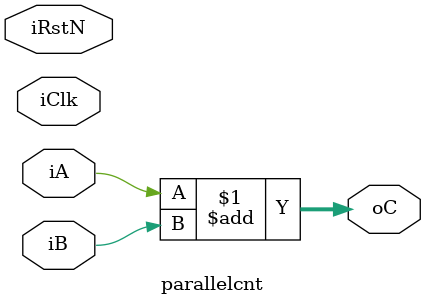
<source format=v>
`ifndef parallelcnt
`define parallelcnt

module parallelcnt (
    input wire iClk,
    input wire iRstN,
    input wire iA,
    input wire iB,
    output wire [1:0] oC
);

    assign oC = iA + iB;

endmodule

`endif


</source>
